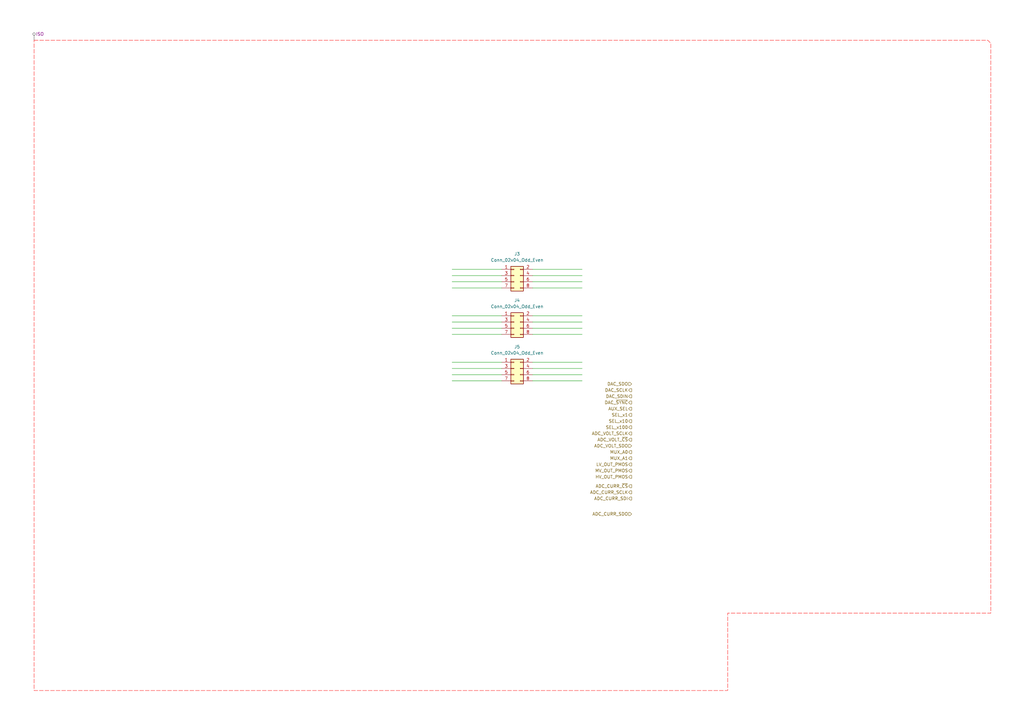
<source format=kicad_sch>
(kicad_sch (version 20250114) (generator "eeschema") (generator_version "9.0")
  (paper "A3")
  (lib_symbols
    (symbol "Connector_Generic:Conn_02x04_Odd_Even" (pin_names (offset 1.016) (hide yes))
      (property "Reference" "J" (at 1.27 5.08 0))
      (property "Value" "Conn_02x04_Odd_Even" (at 1.27 -7.62 0))
      (symbol "Conn_02x04_Odd_Even_1_1"
        (rectangle (start -1.27 3.81) (end 3.81 -6.35) (stroke (width 0.254)) (fill (type background)))
        (rectangle (start -1.27 2.667) (end 0 2.413) (stroke (width 0.1524)))
        (rectangle (start -1.27 0.127) (end 0 -0.127) (stroke (width 0.1524)))
        (rectangle (start -1.27 -2.413) (end 0 -2.667) (stroke (width 0.1524)))
        (rectangle (start -1.27 -4.953) (end 0 -5.207) (stroke (width 0.1524)))
        (rectangle (start 3.81 2.667) (end 2.54 2.413) (stroke (width 0.1524)))
        (rectangle (start 3.81 0.127) (end 2.54 -0.127) (stroke (width 0.1524)))
        (rectangle (start 3.81 -2.413) (end 2.54 -2.667) (stroke (width 0.1524)))
        (rectangle (start 3.81 -4.953) (end 2.54 -5.207) (stroke (width 0.1524)))
        (pin passive line (at -5.08 2.54 0) (length 3.81) (name "Pin_1") (number "1"))
        (pin passive line (at -5.08 0 0) (length 3.81) (name "Pin_3") (number "3"))
        (pin passive line (at -5.08 -2.54 0) (length 3.81) (name "Pin_5") (number "5"))
        (pin passive line (at -5.08 -5.08 0) (length 3.81) (name "Pin_7") (number "7"))
        (pin passive line (at 7.62 2.54 180) (length 3.81) (name "Pin_2") (number "2"))
        (pin passive line (at 7.62 0 180) (length 3.81) (name "Pin_4") (number "4"))
        (pin passive line (at 7.62 -2.54 180) (length 3.81) (name "Pin_6") (number "6"))
        (pin passive line (at 7.62 -5.08 180) (length 3.81) (name "Pin_8") (number "8"))
      )
    )
  )
  (wire (pts (xy 218.44 151.13) (xy 238.76 151.13)))
  (wire (pts (xy 218.44 113.03) (xy 238.76 113.03)))
  (wire (pts (xy 218.44 153.67) (xy 238.76 153.67)))
  (wire (pts (xy 185.42 129.54) (xy 205.74 129.54)))
  (wire (pts (xy 185.42 132.08) (xy 205.74 132.08)))
  (wire (pts (xy 185.42 113.03) (xy 205.74 113.03)))
  (wire (pts (xy 218.44 134.62) (xy 238.76 134.62)))
  (wire (pts (xy 218.44 110.49) (xy 238.76 110.49)))
  (wire (pts (xy 218.44 115.57) (xy 238.76 115.57)))
  (wire (pts (xy 218.44 129.54) (xy 238.76 129.54)))
  (wire (pts (xy 218.44 156.21) (xy 238.76 156.21)))
  (wire (pts (xy 218.44 118.11) (xy 238.76 118.11)))
  (wire (pts (xy 185.42 118.11) (xy 205.74 118.11)))
  (wire (pts (xy 185.42 148.59) (xy 205.74 148.59)))
  (wire (pts (xy 185.42 110.49) (xy 205.74 110.49)))
  (wire (pts (xy 218.44 137.16) (xy 238.76 137.16)))
  (wire (pts (xy 185.42 151.13) (xy 205.74 151.13)))
  (wire (pts (xy 185.42 115.57) (xy 205.74 115.57)))
  (wire (pts (xy 218.44 132.08) (xy 238.76 132.08)))
  (wire (pts (xy 185.42 137.16) (xy 205.74 137.16)))
  (wire (pts (xy 218.44 148.59) (xy 238.76 148.59)))
  (wire (pts (xy 185.42 153.67) (xy 205.74 153.67)))
  (wire (pts (xy 185.42 134.62) (xy 205.74 134.62)))
  (wire (pts (xy 185.42 156.21) (xy 205.74 156.21)))
  (hierarchical_label "ADC_VOLT_SDO" (shape input) (at 259.08 182.88 180))
  (hierarchical_label "ADC_VOLT_SCLK" (shape output) (at 259.08 177.8 180))
  (hierarchical_label "DAC_~{SYNC}" (shape output) (at 259.08 165.1 180))
  (hierarchical_label "SEL_x10" (shape output) (at 259.08 172.72 180))
  (hierarchical_label "SEL_x100" (shape output) (at 259.08 175.26 180))
  (hierarchical_label "ADC_CURR_~{CS}" (shape output) (at 259.08 199.39 180))
  (hierarchical_label "DAC_SDIN" (shape output) (at 259.08 162.56 180))
  (hierarchical_label "MUX_A0" (shape output) (at 259.08 185.42 180))
  (hierarchical_label "DAC_SDO" (shape input) (at 259.08 157.48 180))
  (hierarchical_label "ADC_CURR_SDI" (shape output) (at 259.08 204.47 180))
  (hierarchical_label "MV_OUT_PMOS" (shape output) (at 259.08 193.04 180))
  (hierarchical_label "ADC_VOLT_~{CS}" (shape output) (at 259.08 180.34 180))
  (hierarchical_label "DAC_SCLK" (shape output) (at 259.08 160.02 180))
  (hierarchical_label "HV_OUT_PMOS" (shape output) (at 259.08 195.58 180))
  (hierarchical_label "LV_OUT_PMOS" (shape output) (at 259.08 190.5 180))
  (hierarchical_label "AUX_SEL" (shape output) (at 259.08 167.64 180))
  (hierarchical_label "ADC_CURR_SCLK" (shape output) (at 259.08 201.93 180))
  (hierarchical_label "SEL_x1" (shape output) (at 259.08 170.18 180))
  (hierarchical_label "MUX_A1" (shape output) (at 259.08 187.96 180))
  (hierarchical_label "ADC_CURR_SDO" (shape input) (at 259.08 210.82 180))
  (rule_area (polyline (pts (xy 13.97 16.51) (xy 405.13 16.51) (xy 406.4 17.78) (xy 406.4 251.46) (xy 298.45 251.46) (xy 298.45 283.21) (xy 13.97 283.21)) (stroke (width 0) (type dash))))
  (netclass_flag "" (length 2.54) (shape round) (at 13.97 16.51 0) (property "Netclass" "ISO" (at 14.6685 13.97 0) (effects (justify left))) (property "Component Class" "ISO" (effects (hide yes))))
  (symbol (lib_id "Connector_Generic:Conn_02x04_Odd_Even") (at 210.82 132.08 0) (unit 1)
    (property "Reference" "J4" (at 212.09 123.19 0))
    (property "Value" "Conn_02x04_Odd_Even" (at 212.09 125.73 0))
    (property "Footprint" "Connector_PinSocket_2.54mm:PinSocket_2x04_P2.54mm_Vertical_SMD" (effects (hide yes)))
    (property "Description" "Generic connector, double row, 02x04, odd/even pin numbering scheme (row 1 odd numbers, row 2 even numbers), script generated (kicad-library-utils/schlib/autogen/connector/)" (effects (hide yes)))
  )
  (symbol (lib_id "Connector_Generic:Conn_02x04_Odd_Even") (at 210.82 151.13 0) (unit 1)
    (property "Reference" "J5" (at 212.09 142.24 0))
    (property "Value" "Conn_02x04_Odd_Even" (at 212.09 144.78 0))
    (property "Footprint" "Connector_PinSocket_2.54mm:PinSocket_2x04_P2.54mm_Vertical_SMD" (effects (hide yes)))
    (property "Description" "Generic connector, double row, 02x04, odd/even pin numbering scheme (row 1 odd numbers, row 2 even numbers), script generated (kicad-library-utils/schlib/autogen/connector/)" (effects (hide yes)))
  )
  (symbol (lib_id "Connector_Generic:Conn_02x04_Odd_Even") (at 210.82 113.03 0) (unit 1)
    (property "Reference" "J3" (at 212.09 104.14 0))
    (property "Value" "Conn_02x04_Odd_Even" (at 212.09 106.68 0))
    (property "Footprint" "Connector_PinSocket_2.54mm:PinSocket_2x04_P2.54mm_Vertical_SMD" (effects (hide yes)))
    (property "Description" "Generic connector, double row, 02x04, odd/even pin numbering scheme (row 1 odd numbers, row 2 even numbers), script generated (kicad-library-utils/schlib/autogen/connector/)" (effects (hide yes)))
  )
)
</source>
